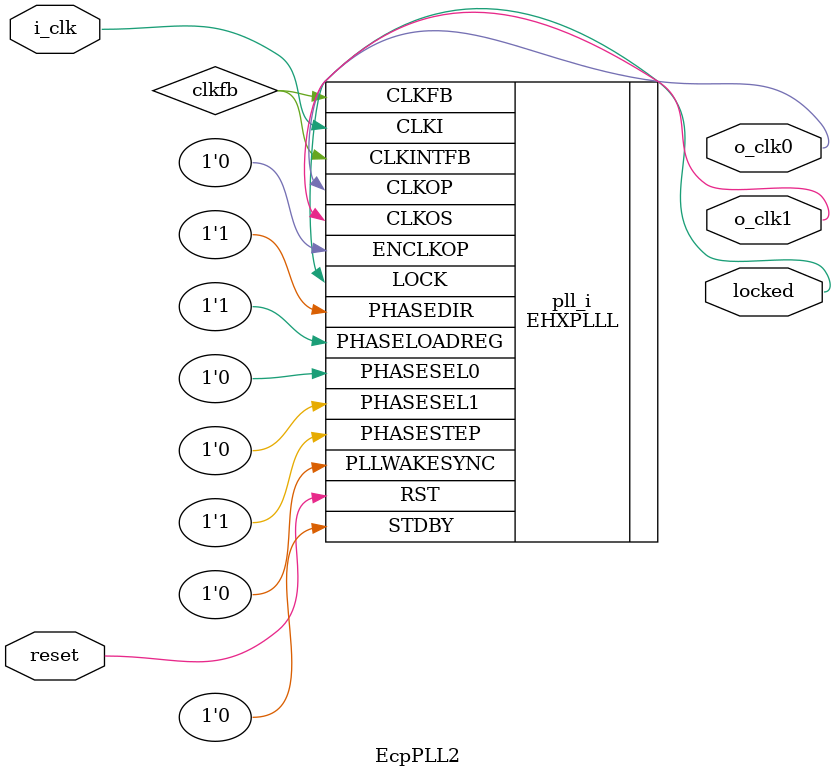
<source format=v>
module EcpPLL2
(
    input reset, // 0:inactive, 1:reset
    input i_clk, // 25 MHz, 0 deg
    output o_clk0, // 50 MHz, 0 deg
    output o_clk1, // 50 MHz, 0 deg
    output locked
);
wire clkfb;
(* FREQUENCY_PIN_CLKI="25" *)
(* FREQUENCY_PIN_CLKOP="50" *)
(* FREQUENCY_PIN_CLKOS="50" *)
(* ICP_CURRENT="12" *) (* LPF_RESISTOR="8" *) (* MFG_ENABLE_FILTEROPAMP="1" *) (* MFG_GMCREF_SEL="2" *)
EHXPLLL #(
        .PLLRST_ENA("ENABLED"),
        .INTFB_WAKE("DISABLED"),
        .STDBY_ENABLE("DISABLED"),
        .DPHASE_SOURCE("DISABLED"),
        .OUTDIVIDER_MUXA("DIVA"),
        .OUTDIVIDER_MUXB("DIVB"),
        .OUTDIVIDER_MUXC("DIVC"),
        .OUTDIVIDER_MUXD("DIVD"),
        .CLKI_DIV(1),
        .CLKOP_ENABLE("ENABLED"),
        .CLKOP_DIV(12),
        .CLKOP_CPHASE(5),
        .CLKOP_FPHASE(0),
        .CLKOS_ENABLE("ENABLED"),
        .CLKOS_DIV(12),
        .CLKOS_CPHASE(5),
        .CLKOS_FPHASE(0),
        .FEEDBK_PATH("INT_OP"),
        .CLKFB_DIV(2)
    ) pll_i (
        .RST(reset),
        .STDBY(1'b0),
        .CLKI(i_clk),
        .CLKOP(o_clk0),
        .CLKOS(o_clk1),
        .CLKFB(clkfb),
        .CLKINTFB(clkfb),
        .PHASESEL0(1'b0),
        .PHASESEL1(1'b0),
        .PHASEDIR(1'b1),
        .PHASESTEP(1'b1),
        .PHASELOADREG(1'b1),
        .PLLWAKESYNC(1'b0),
        .ENCLKOP(1'b0),
        .LOCK(locked)
	);
endmodule

</source>
